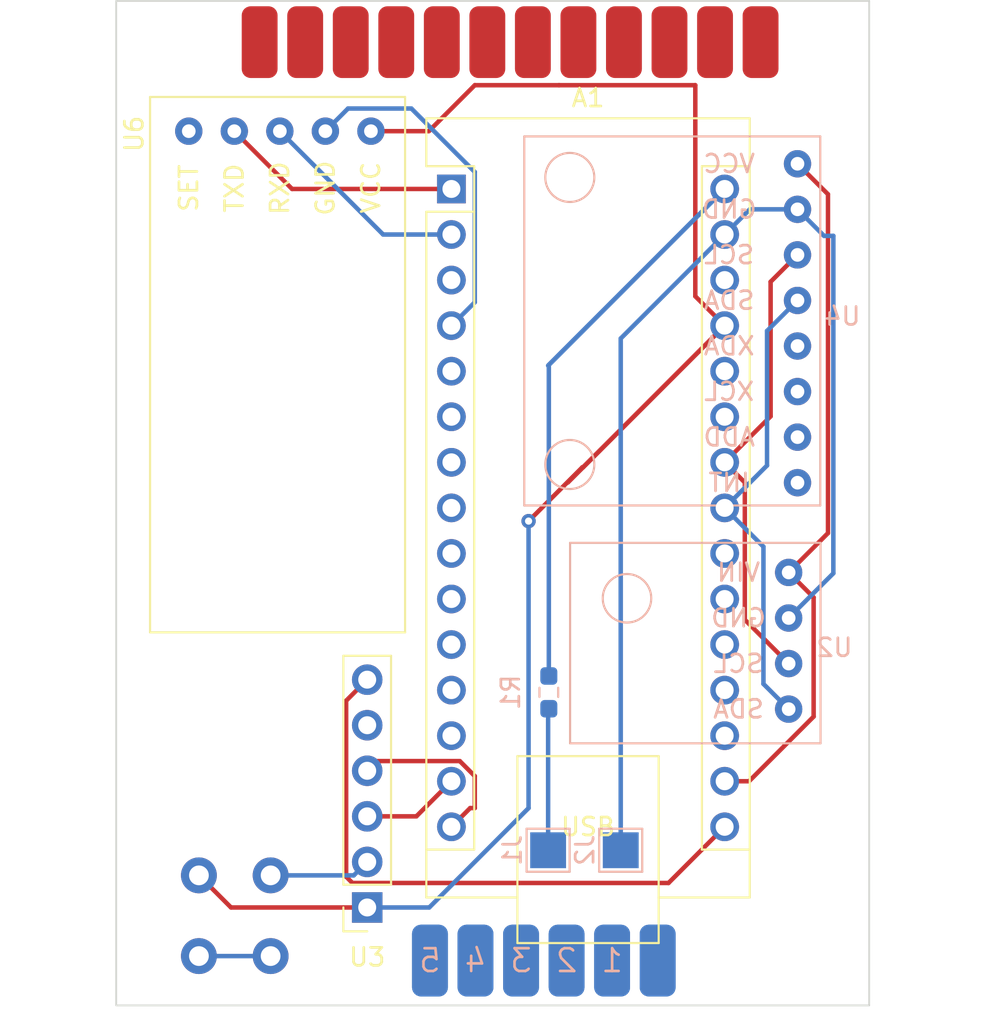
<source format=kicad_pcb>
(kicad_pcb (version 20221018) (generator pcbnew)
  (layers (0 "F.Cu" signal) (31 "B.Cu" signal) (34 "B.Paste" user) (35 "F.Paste" user) (36 "B.SilkS" user "B.Silkscreen") (37 "F.SilkS" user "F.Silkscreen") (38 "B.Mask" user) (39 "F.Mask" user) (44 "Edge.Cuts" user))
  (net 0 "")
  (net 2 "Earth")
  (net 3 "/D10")
  (net 4 "/D11")
  (net 5 "/D12")
  (net 6 "/D13")
  (net 7 "Net-(A1-3V3)")
  (net 13 "Net-(A1-A4)")
  (net 14 "Net-(A1-A5)")
  (net 17 "/5V")
  (net 23 "/TX")
  (net 24 "/RX")
  (net 25 "/D5")
  (net 27 "/D2")
  (net 28 "/D3")
  (net 29 "/D4")
  (net 30 "/D7")
  (net 31 "/D8")
  (net 32 "/D9")
  (net 33 "/D6")
  (net 34 "Net-(J1-Pin_1)")
  (net 35 "Net-(A1-VIN)")
  (net 36 "Net-(J2-Pin_1)")
  (net 37 "GNDREF")
  (footprint "Connector_Wire:SolderWirePad_1x01_SMD_1x2mm" (layer "F.Cu") (at 124.78 63.3)
    (fp_text reference "REF**7" hide)
    (fp_text value "SolderWirePad_1x01_SMD_1x2mm")
    (pad "1" smd roundrect (at 0 0) (size 2 4) (layers "F.Cu" "F.Paste" "F.Mask") (net 32 "/D9"))
  )
  (footprint "Connector_Wire:SolderWirePad_1x01_SMD_1x2mm" (layer "F.Cu") (at 119.7 63.3)
    (fp_text reference "REF**5" hide)
    (fp_text value "SolderWirePad_1x01_SMD_1x2mm")
    (pad "1" smd roundrect (at 0 0) (size 2 4) (layers "F.Cu" "F.Paste" "F.Mask"))
  )
  (footprint "Connector_PinSocket_2.54mm:PinSocket_1x06_P2.54mm_Vertical" (layer "F.Cu") (at 113 111.54 180)
    (fp_text reference "U3" (at 0 -2.77) (layer "F.SilkS"))
    (fp_text value "SD_Card_Reader")
    (fp_line (start -1.33 1.27) (end -1.33 14.03) (stroke (width 0.12)) (layer "F.SilkS"))
    (fp_line (start -1.33 1.27) (end 1.33 1.27) (stroke (width 0.12)) (layer "F.SilkS"))
    (fp_line (start -1.33 14.03) (end 1.33 14.03) (stroke (width 0.12)) (layer "F.SilkS"))
    (fp_line (start 0 -1.33) (end 1.33 -1.33) (stroke (width 0.12)) (layer "F.SilkS"))
    (fp_line (start 1.33 -1.33) (end 1.33 0) (stroke (width 0.12)) (layer "F.SilkS"))
    (fp_line (start 1.33 1.27) (end 1.33 14.03) (stroke (width 0.12)) (layer "F.SilkS"))
    (pad "1" thru_hole rect (at 0 0 180) (size 1.7 1.7) (drill 1) (layers "*.Cu" "*.Mask"))
    (pad "2" thru_hole oval (at 0 2.54 180) (size 1.7 1.7) (drill 1) (layers "*.Cu" "*.Mask"))
    (pad "3" thru_hole oval (at 0 5.08 180) (size 1.7 1.7) (drill 1) (layers "*.Cu" "*.Mask") (net 4 "/D11"))
    (pad "4" thru_hole oval (at 0 7.62 180) (size 1.7 1.7) (drill 1) (layers "*.Cu" "*.Mask") (net 5 "/D12"))
    (pad "5" thru_hole oval (at 0 10.16 180) (size 1.7 1.7) (drill 1) (layers "*.Cu" "*.Mask") (net 3 "/D10"))
    (pad "6" thru_hole oval (at 0 12.7 180) (size 1.7 1.7) (drill 1) (layers "*.Cu" "*.Mask") (net 6 "/D13"))
  )
  (footprint "Connector_Wire:SolderWirePad_1x01_SMD_1x2mm" (layer "F.Cu") (at 132.4 63.3)
    (fp_text reference "REF**10" hide)
    (fp_text value "SolderWirePad_1x01_SMD_1x2mm")
    (pad "1" smd roundrect (at 0 0) (size 2 4) (layers "F.Cu" "F.Paste" "F.Mask") (net 33 "/D6"))
  )
  (footprint "Connector_Wire:SolderWirePad_1x01_SMD_1x2mm" (layer "F.Cu") (at 107 63.3)
    (fp_text reference "REF**" hide)
    (fp_text value "SolderWirePad_1x01_SMD_1x2mm")
    (pad "1" smd roundrect (at 0 0) (size 2 4) (layers "F.Cu" "F.Paste" "F.Mask") (net 2 "Earth"))
  )
  (footprint "Connector_Wire:SolderWirePad_1x01_SMD_1x2mm" (layer "F.Cu") (at 134.94 63.3)
    (fp_text reference "REF**11" hide)
    (fp_text value "SolderWirePad_1x01_SMD_1x2mm" hide)
    (pad "1" smd roundrect (at 0 0) (size 2 4) (layers "F.Cu" "F.Paste" "F.Mask"))
  )
  (footprint "usini_sensors:module_bh1750" (layer "F.Cu") (at 103.047 68.2625 -90)
    (fp_text reference "U6" (at 0.15 3.047 -90) (layer "F.SilkS"))
    (fp_text value "HC-12")
    (fp_text user "TXD" (at 3.175 -2.54 90) (layer "F.SilkS"))
    (fp_text user "SET" (at 3.175 0 90) (layer "F.SilkS"))
    (fp_text user "GND" (at 3.175 -7.62 90) (layer "F.SilkS"))
    (fp_text user "RXD" (at 3.175 -5.08 90) (layer "F.SilkS"))
    (fp_text user "VCC" (at 3.15 -10.16 90) (layer "F.SilkS"))
    (fp_line (start -1.905 -12.065) (end 27.94 -12.065) (stroke (width 0.12)) (layer "F.SilkS"))
    (fp_line (start -1.905 2.159) (end -1.905 -12.065) (stroke (width 0.12)) (layer "F.SilkS"))
    (fp_line (start 27.94 -12.065) (end 27.94 2.159) (stroke (width 0.12)) (layer "F.SilkS"))
    (fp_line (start 27.94 2.159) (end -1.905 2.159) (stroke (width 0.12)) (layer "F.SilkS"))
    (pad "1" thru_hole circle (at 0 -10.16 270) (size 1.524 1.524) (drill 0.762) (layers "*.Cu" "*.Mask") (net 7 "Net-(A1-3V3)"))
    (pad "2" thru_hole circle (at 0 -7.62 270) (size 1.524 1.524) (drill 0.762) (layers "*.Cu" "*.Mask") (net 37 "GNDREF"))
    (pad "3" thru_hole circle (at 0 -5.08 270) (size 1.524 1.524) (drill 0.762) (layers "*.Cu" "*.Mask") (net 24 "/RX"))
    (pad "4" thru_hole circle (at 0 -2.54 270) (size 1.524 1.524) (drill 0.762) (layers "*.Cu" "*.Mask") (net 23 "/TX"))
    (pad "5" thru_hole circle (at 0 0 270) (size 1.524 1.524) (drill 0.762) (layers "*.Cu" "*.Mask"))
  )
  (footprint "Connector_Wire:SolderWirePad_1x01_SMD_1x2mm" (layer "F.Cu") (at 129.86 63.3)
    (fp_text reference "REF**9" hide)
    (fp_text value "SolderWirePad_1x01_SMD_1x2mm")
    (pad "1" smd roundrect (at 0 0) (size 2 4) (layers "F.Cu" "F.Paste" "F.Mask") (net 2 "Earth"))
  )
  (footprint "Connector_Wire:SolderWirePad_1x01_SMD_1x2mm" (layer "F.Cu") (at 122.24 63.3)
    (fp_text reference "REF**6" hide)
    (fp_text value "SolderWirePad_1x01_SMD_1x2mm")
    (pad "1" smd roundrect (at 0 0) (size 2 4) (layers "F.Cu" "F.Paste" "F.Mask") (net 2 "Earth"))
  )
  (footprint "Connector_Wire:SolderWirePad_1x01_SMD_1x2mm" (layer "F.Cu") (at 109.54 63.3)
    (fp_text reference "REF**1" hide)
    (fp_text value "SolderWirePad_1x01_SMD_1x2mm")
    (pad "1" smd roundrect (at 0 0) (size 2 4) (layers "F.Cu" "F.Paste" "F.Mask") (net 28 "/D3"))
  )
  (footprint "MountingHole:MountingHole_2.2mm_M2" (layer "F.Cu") (at 138 114)
    (fp_text reference "REF**" hide)
    (fp_text value "MountingHole_2.2mm_M2")
    (pad "" np_thru_hole circle (at 0 0) (size 2.2 2.2) (drill 2.2) (layers "*.Cu" "*.Mask"))
  )
  (footprint "Connector_Wire:SolderWirePad_1x01_SMD_1x2mm" (layer "F.Cu") (at 112.08 63.3)
    (fp_text reference "REF**2" hide)
    (fp_text value "SolderWirePad_1x01_SMD_1x2mm")
    (pad "1" smd roundrect (at 0 0) (size 2 4) (layers "F.Cu" "F.Paste" "F.Mask"))
  )
  (footprint "Button_Switch_THT:SW_PUSH_6mm_H4.3mm" (layer "F.Cu") (at 101.1125 109.75)
    (fp_text reference "U1" hide)
    (fp_text value "ADG633YCP" hide)
    (pad "1" thru_hole circle (at 2.5 0 90) (size 2 2) (drill 1.1) (layers "*.Cu" "*.Mask") (net 17 "/5V"))
    (pad "1" thru_hole circle (at 6.5 0 90) (size 2 2) (drill 1.1) (layers "*.Cu" "*.Mask") (net 17 "/5V"))
    (pad "2" thru_hole circle (at 2.5 4.5 90) (size 2 2) (drill 1.1) (layers "*.Cu" "*.Mask") (net 33 "/D6"))
    (pad "2" thru_hole circle (at 6.5 4.5 90) (size 2 2) (drill 1.1) (layers "*.Cu" "*.Mask") (net 29 "/D4"))
  )
  (footprint "Connector_Wire:SolderWirePad_1x01_SMD_1x2mm" (layer "F.Cu") (at 114.62 63.3)
    (fp_text reference "REF**3" hide)
    (fp_text value "SolderWirePad_1x01_SMD_1x2mm")
    (pad "1" smd roundrect (at 0 0) (size 2 4) (layers "F.Cu" "F.Paste" "F.Mask") (net 2 "Earth"))
  )
  (footprint "Connector_Wire:SolderWirePad_1x01_SMD_1x2mm" (layer "F.Cu") (at 127.32 63.3)
    (fp_text reference "REF**8" hide)
    (fp_text value "SolderWirePad_1x01_SMD_1x2mm")
    (pad "1" smd roundrect (at 0 0) (size 2 4) (layers "F.Cu" "F.Paste" "F.Mask"))
  )
  (footprint "Module:Arduino_Nano" (layer "F.Cu") (at 117.697 71.484)
    (fp_text reference "A1" (at 7.62 -5.08) (layer "F.SilkS"))
    (fp_text value "Arduino_Nano_v3.x")
    (fp_text user "USB" (at 7.62 35.56 unlocked) (layer "F.SilkS"))
    (fp_line (start -1.4 -3.94) (end -1.4 -1.27) (stroke (width 0.12)) (layer "F.SilkS"))
    (fp_line (start -1.4 1.27) (end -1.4 39.5) (stroke (width 0.12)) (layer "F.SilkS"))
    (fp_line (start -1.4 39.5) (end 3.68 39.5) (stroke (width 0.12)) (layer "F.SilkS"))
    (fp_line (start 1.27 -1.27) (end -1.4 -1.27) (stroke (width 0.12)) (layer "F.SilkS"))
    (fp_line (start 1.27 1.27) (end -1.4 1.27) (stroke (width 0.12)) (layer "F.SilkS"))
    (fp_line (start 1.27 1.27) (end 1.27 -1.27) (stroke (width 0.12)) (layer "F.SilkS"))
    (fp_line (start 1.27 1.27) (end 1.27 36.83) (stroke (width 0.12)) (layer "F.SilkS"))
    (fp_line (start 1.27 36.83) (end -1.4 36.83) (stroke (width 0.12)) (layer "F.SilkS"))
    (fp_line (start 3.68 31.62) (end 11.56 31.62) (stroke (width 0.12)) (layer "F.SilkS"))
    (fp_line (start 3.68 42.04) (end 3.68 31.62) (stroke (width 0.12)) (layer "F.SilkS"))
    (fp_line (start 11.56 31.62) (end 11.56 42.04) (stroke (width 0.12)) (layer "F.SilkS"))
    (fp_line (start 11.56 42.04) (end 3.68 42.04) (stroke (width 0.12)) (layer "F.SilkS"))
    (fp_line (start 13.97 -1.27) (end 13.97 36.83) (stroke (width 0.12)) (layer "F.SilkS"))
    (fp_line (start 13.97 -1.27) (end 16.64 -1.27) (stroke (width 0.12)) (layer "F.SilkS"))
    (fp_line (start 13.97 36.83) (end 16.64 36.83) (stroke (width 0.12)) (layer "F.SilkS"))
    (fp_line (start 16.64 -3.94) (end -1.4 -3.94) (stroke (width 0.12)) (layer "F.SilkS"))
    (fp_line (start 16.64 39.5) (end 11.56 39.5) (stroke (width 0.12)) (layer "F.SilkS"))
    (fp_line (start 16.64 39.5) (end 16.64 -3.94) (stroke (width 0.12)) (layer "F.SilkS"))
    (pad "1" thru_hole rect (at 0 0) (size 1.6 1.6) (drill 1) (layers "*.Cu" "*.Mask") (net 23 "/TX"))
    (pad "2" thru_hole oval (at 0 2.54) (size 1.6 1.6) (drill 1) (layers "*.Cu" "*.Mask") (net 24 "/RX"))
    (pad "3" thru_hole oval (at 0 5.08) (size 1.6 1.6) (drill 1) (layers "*.Cu" "*.Mask"))
    (pad "4" thru_hole oval (at 0 7.62) (size 1.6 1.6) (drill 1) (layers "*.Cu" "*.Mask") (net 2 "Earth"))
    (pad "5" thru_hole oval (at 0 10.16) (size 1.6 1.6) (drill 1) (layers "*.Cu" "*.Mask") (net 27 "/D2"))
    (pad "6" thru_hole oval (at 0 12.7) (size 1.6 1.6) (drill 1) (layers "*.Cu" "*.Mask") (net 28 "/D3"))
    (pad "7" thru_hole oval (at 0 15.24) (size 1.6 1.6) (drill 1) (layers "*.Cu" "*.Mask") (net 29 "/D4"))
    (pad "8" thru_hole oval (at 0 17.78) (size 1.6 1.6) (drill 1) (layers "*.Cu" "*.Mask") (net 25 "/D5"))
    (pad "9" thru_hole oval (at 0 20.32) (size 1.6 1.6) (drill 1) (layers "*.Cu" "*.Mask") (net 33 "/D6"))
    (pad "10" thru_hole oval (at 0 22.86) (size 1.6 1.6) (drill 1) (layers "*.Cu" "*.Mask") (net 30 "/D7"))
    (pad "11" thru_hole oval (at 0 25.4) (size 1.6 1.6) (drill 1) (layers "*.Cu" "*.Mask") (net 31 "/D8"))
    (pad "12" thru_hole oval (at 0 27.94) (size 1.6 1.6) (drill 1) (layers "*.Cu" "*.Mask") (net 32 "/D9"))
    (pad "13" thru_hole oval (at 0 30.48) (size 1.6 1.6) (drill 1) (layers "*.Cu" "*.Mask") (net 3 "/D10"))
    (pad "14" thru_hole oval (at 0 33.02) (size 1.6 1.6) (drill 1) (layers "*.Cu" "*.Mask") (net 4 "/D11"))
    (pad "15" thru_hole oval (at 0 35.56) (size 1.6 1.6) (drill 1) (layers "*.Cu" "*.Mask") (net 5 "/D12"))
    (pad "16" thru_hole oval (at 15.24 35.56) (size 1.6 1.6) (drill 1) (layers "*.Cu" "*.Mask") (net 6 "/D13"))
    (pad "17" thru_hole oval (at 15.24 33.02) (size 1.6 1.6) (drill 1) (layers "*.Cu" "*.Mask") (net 7 "Net-(A1-3V3)"))
    (pad "18" thru_hole oval (at 15.24 30.48) (size 1.6 1.6) (drill 1) (layers "*.Cu" "*.Mask"))
    (pad "19" thru_hole oval (at 15.24 27.94) (size 1.6 1.6) (drill 1) (layers "*.Cu" "*.Mask"))
    (pad "20" thru_hole oval (at 15.24 25.4) (size 1.6 1.6) (drill 1) (layers "*.Cu" "*.Mask"))
    (pad "21" thru_hole oval (at 15.24 22.86) (size 1.6 1.6) (drill 1) (layers "*.Cu" "*.Mask"))
    (pad "22" thru_hole oval (at 15.24 20.32) (size 1.6 1.6) (drill 1) (layers "*.Cu" "*.Mask"))
    (pad "23" thru_hole oval (at 15.24 17.78) (size 1.6 1.6) (drill 1) (layers "*.Cu" "*.Mask") (net 13 "Net-(A1-A4)"))
    (pad "24" thru_hole oval (at 15.24 15.24) (size 1.6 1.6) (drill 1) (layers "*.Cu" "*.Mask") (net 14 "Net-(A1-A5)"))
    (pad "25" thru_hole oval (at 15.24 12.7) (size 1.6 1.6) (drill 1) (layers "*.Cu" "*.Mask"))
    (pad "26" thru_hole oval (at 15.24 10.16) (size 1.6 1.6) (drill 1) (layers "*.Cu" "*.Mask"))
    (pad "27" thru_hole oval (at 15.24 7.62) (size 1.6 1.6) (drill 1) (layers "*.Cu" "*.Mask") (net 17 "/5V"))
    (pad "28" thru_hole oval (at 15.24 5.08) (size 1.6 1.6) (drill 1) (layers "*.Cu" "*.Mask"))
    (pad "29" thru_hole oval (at 15.24 2.54) (size 1.6 1.6) (drill 1) (layers "*.Cu" "*.Mask") (net 36 "Net-(J2-Pin_1)"))
    (pad "30" thru_hole oval (at 15.24 0) (size 1.6 1.6) (drill 1) (layers "*.Cu" "*.Mask") (net 35 "Net-(A1-VIN)"))
  )
  (footprint "MountingHole:MountingHole_2.2mm_M2" (layer "F.Cu") (at 102 64)
    (fp_text reference "REF**" hide)
    (fp_text value "MountingHole_2.2mm_M2")
    (pad "" np_thru_hole circle (at 0 0) (size 2.2 2.2) (drill 2.2) (layers "*.Cu" "*.Mask"))
  )
  (footprint "Connector_Wire:SolderWirePad_1x01_SMD_1x2mm" (layer "F.Cu") (at 117.16 63.3)
    (fp_text reference "REF**4" hide)
    (fp_text value "SolderWirePad_1x01_SMD_1x2mm")
    (pad "1" smd roundrect (at 0 0) (size 2 4) (layers "F.Cu" "F.Paste" "F.Mask") (net 25 "/D5"))
  )
  (footprint "usini_sensors:module_bme280_alt" (layer "B.Cu") (at 136.507 100.483 180)
    (fp_text reference "U2" (at -2.553 3.433) (layer "B.SilkS") (effects (justify mirror)))
    (fp_text value "BMP180")
    (fp_text user "SCL" (at 2.794 2.54) (layer "B.SilkS") (effects (justify mirror)))
    (fp_text user "GND" (at 2.794 5.08) (layer "B.SilkS") (effects (justify mirror)))
    (fp_text user "SDA" (at 2.794 0) (layer "B.SilkS") (effects (justify mirror)))
    (fp_text user "VIN" (at 2.794 7.62) (layer "B.SilkS") (effects (justify mirror)))
    (fp_line (start -1.778 -1.905) (end -1.778 9.271) (stroke (width 0.12)) (layer "B.SilkS"))
    (fp_line (start -1.778 9.271) (end 12.192 9.271) (stroke (width 0.12)) (layer "B.SilkS"))
    (fp_line (start 12.192 -1.905) (end -1.778 -1.905) (stroke (width 0.12)) (layer "B.SilkS"))
    (fp_line (start 12.192 9.271) (end 12.192 -1.905) (stroke (width 0.12)) (layer "B.SilkS"))
    (fp_circle (center 9.017 6.179309) (end 9.779 5.060916) (stroke (width 0.12)) (fill none) (layer "B.SilkS"))
    (pad "1" thru_hole circle (at 0 7.62 180) (size 1.524 1.524) (drill 0.762) (layers "*.Cu" "*.Mask") (net 14 "Net-(A1-A5)"))
    (pad "2" thru_hole circle (at 0 5.08 180) (size 1.524 1.524) (drill 0.762) (layers "*.Cu" "*.Mask") (net 13 "Net-(A1-A4)"))
    (pad "3" thru_hole circle (at 0 2.54 180) (size 1.524 1.524) (drill 0.762) (layers "*.Cu" "*.Mask") (net 37 "GNDREF"))
    (pad "4" thru_hole circle (at 0 0 180) (size 1.524 1.524) (drill 0.762) (layers "*.Cu" "*.Mask") (net 7 "Net-(A1-3V3)"))
  )
  (footprint "" (layer "B.Cu") (at 126.66 114.5 180)
    (fp_text reference "1" (at 0 0) (layer "B.SilkS") (effects (font (size 1.27 1.27)) (justify mirror)))
    (fp_text value "" (at 0 0) (layer "B.SilkS") (effects (font (size 1.27 1.27)) (justify mirror)))
    (pad "1" smd roundrect (at 0 0 180) (size 2 4) (layers "B.Cu" "B.Paste" "B.Mask"))
  )
  (footprint "Connector_Wire:SolderWirePad_1x01_SMD_1x2mm" (layer "B.Cu") (at 124.12 114.5 180)
    (fp_text reference "REF**13" hide)
    (fp_text value "SolderWirePad_1x01_SMD_1x2mm")
    (pad "1" smd roundrect (at 0 0 180) (size 2 4) (layers "B.Cu" "B.Paste" "B.Mask"))
  )
  (footprint "" (layer "B.Cu") (at 119.04 114.5 180)
    (fp_text reference "4" (at 0 0) (layer "B.SilkS") (effects (font (size 1.27 1.27)) (justify mirror)))
    (fp_text value "" (at 0 0) (layer "B.SilkS") (effects (font (size 1.27 1.27)) (justify mirror)))
    (pad "1" smd roundrect (at 0 0 180) (size 2 4) (layers "B.Cu" "B.Paste" "B.Mask"))
  )
  (footprint "TestPoint:TestPoint_Pad_2.0x2.0mm" (layer "B.Cu") (at 127.14 108.35 -90)
    (fp_text reference "J2" (at 0 1.998 90) (layer "B.SilkS") (effects (justify mirror)))
    (fp_text value "Conn_01x01_Pin")
    (fp_line (start -1.2 -1.2) (end -1.2 1.2) (stroke (width 0.12)) (layer "B.SilkS"))
    (fp_line (start -1.2 1.2) (end 1.2 1.2) (stroke (width 0.12)) (layer "B.SilkS"))
    (fp_line (start 1.2 -1.2) (end -1.2 -1.2) (stroke (width 0.12)) (layer "B.SilkS"))
    (fp_line (start 1.2 1.2) (end 1.2 -1.2) (stroke (width 0.12)) (layer "B.SilkS"))
    (pad "1" smd rect (at 0 0 270) (size 2 2) (layers "B.Cu" "B.Mask") (net 36 "Net-(J2-Pin_1)"))
  )
  (footprint "Connector_Wire:SolderWirePad_1x01_SMD_1x2mm" (layer "B.Cu") (at 119.04 114.5 180)
    (fp_text reference "REF**15" hide)
    (fp_text value "SolderWirePad_1x01_SMD_1x2mm")
    (pad "1" smd roundrect (at 0 0 180) (size 2 4) (layers "B.Cu" "B.Paste" "B.Mask") (net 3 "/D10"))
  )
  (footprint "usini_sensors:module_mpu6050" (layer "B.Cu") (at 137 87.86 180)
    (fp_text reference "U4" (at -2.505 9.277) (layer "B.SilkS") (effects (justify mirror)))
    (fp_text value "module_mpu6050")
    (fp_text user "ADD" (at 3.81 2.54) (layer "B.SilkS") (effects (justify mirror)))
    (fp_text user "XDA" (at 3.81 7.62) (layer "B.SilkS") (effects (justify mirror)))
    (fp_text user "VCC" (at 3.81 17.78) (layer "B.SilkS") (effects (justify mirror)))
    (fp_text user "INT" (at 3.81 0) (layer "B.SilkS") (effects (justify mirror)))
    (fp_text user "SCL" (at 3.81 12.7) (layer "B.SilkS") (effects (justify mirror)))
    (fp_text user "GND" (at 3.81 15.24) (layer "B.SilkS") (effects (justify mirror)))
    (fp_text user "XCL" (at 3.81 5.08) (layer "B.SilkS") (effects (justify mirror)))
    (fp_text user "SDA" (at 3.81 10.16) (layer "B.SilkS") (effects (justify mirror)))
    (fp_line (start -1.27 -1.27) (end -1.27 19.304) (stroke (width 0.12)) (layer "B.SilkS"))
    (fp_line (start -1.27 19.304) (end 15.24 19.304) (stroke (width 0.12)) (layer "B.SilkS"))
    (fp_line (start 15.24 -1.27) (end -1.27 -1.27) (stroke (width 0.12)) (layer "B.SilkS"))
    (fp_line (start 15.24 19.304) (end 15.24 -1.27) (stroke (width 0.12)) (layer "B.SilkS"))
    (fp_circle (center 12.7 1.016) (end 13.208 -0.254) (stroke (width 0.12)) (fill none) (layer "B.SilkS"))
    (fp_circle (center 12.7 17.018) (end 13.208 15.748) (stroke (width 0.12)) (fill none) (layer "B.SilkS"))
    (pad "1" thru_hole circle (at 0 17.78 180) (size 1.524 1.524) (drill 0.762) (layers "*.Cu" "*.Mask") (net 7 "Net-(A1-3V3)"))
    (pad "2" thru_hole circle (at 0 15.24 180) (size 1.524 1.524) (drill 0.762) (layers "*.Cu" "*.Mask") (net 37 "GNDREF"))
    (pad "3" thru_hole circle (at 0 12.7 180) (size 1.524 1.524) (drill 0.762) (layers "*.Cu" "*.Mask") (net 13 "Net-(A1-A4)"))
    (pad "4" thru_hole circle (at 0 10.16 180) (size 1.524 1.524) (drill 0.762) (layers "*.Cu" "*.Mask") (net 14 "Net-(A1-A5)"))
    (pad "5" thru_hole circle (at 0 7.62 180) (size 1.524 1.524) (drill 0.762) (layers "*.Cu" "*.Mask"))
    (pad "6" thru_hole circle (at 0 5.08 180) (size 1.524 1.524) (drill 0.762) (layers "*.Cu" "*.Mask"))
    (pad "7" thru_hole circle (at 0 2.54 180) (size 1.524 1.524) (drill 0.762) (layers "*.Cu" "*.Mask"))
    (pad "8" thru_hole circle (at 0 0 180) (size 1.524 1.524) (drill 0.762) (layers "*.Cu" "*.Mask"))
  )
  (footprint "Connector_Wire:SolderWirePad_1x01_SMD_1x2mm" (layer "B.Cu") (at 129.2 114.5 180)
    (fp_text reference "REF**" hide)
    (fp_text value "SolderWirePad_1x01_SMD_1x2mm")
    (pad "1" smd roundrect (at 0 0 180) (size 2 4) (layers "B.Cu" "B.Paste" "B.Mask"))
  )
  (footprint "" (layer "B.Cu") (at 124.12 114.5 180)
    (fp_text reference "2" (at 0 0) (layer "B.SilkS") (effects (font (size 1.27 1.27)) (justify mirror)))
    (fp_text value "" (at 0 0) (layer "B.SilkS") (effects (font (size 1.27 1.27)) (justify mirror)))
    (pad "1" smd roundrect (at 0 0 180) (size 2 4) (layers "B.Cu" "B.Paste" "B.Mask"))
  )
  (footprint "Connector_Wire:SolderWirePad_1x01_SMD_1x2mm" (layer "B.Cu") (at 116.5 114.5 180)
    (fp_text reference "REF**16" hide)
    (fp_text value "SolderWirePad_1x01_SMD_1x2mm")
    (pad "1" smd roundrect (at 0 0 180) (size 2 4) (layers "B.Cu" "B.Paste" "B.Mask"))
  )
  (footprint "" (layer "B.Cu") (at 121.58 114.5 180)
    (fp_text reference "3" (at 0 0) (layer "B.SilkS") (effects (font (size 1.27 1.27)) (justify mirror)))
    (fp_text value "" (at 0 0) (layer "B.SilkS") (effects (font (size 1.27 1.27)) (justify mirror)))
    (pad "1" smd roundrect (at 0 0 180) (size 2 4) (layers "B.Cu" "B.Paste" "B.Mask"))
  )
  (footprint "TestPoint:TestPoint_Pad_2.0x2.0mm" (layer "B.Cu") (at 123.09 108.35 -90)
    (fp_text reference "J1" (at 0 1.998 90) (layer "B.SilkS") (effects (justify mirror)))
    (fp_text value "Conn_01x01_Pin")
    (fp_line (start -1.2 -1.2) (end -1.2 1.2) (stroke (width 0.12)) (layer "B.SilkS"))
    (fp_line (start -1.2 1.2) (end 1.2 1.2) (stroke (width 0.12)) (layer "B.SilkS"))
    (fp_line (start 1.2 -1.2) (end -1.2 -1.2) (stroke (width 0.12)) (layer "B.SilkS"))
    (fp_line (start 1.2 1.2) (end 1.2 -1.2) (stroke (width 0.12)) (layer "B.SilkS"))
    (pad "1" smd rect (at 0 0 270) (size 2 2) (layers "B.Cu" "B.Mask") (net 34 "Net-(J1-Pin_1)"))
  )
  (footprint "Connector_Wire:SolderWirePad_1x01_SMD_1x2mm" (layer "B.Cu") (at 121.58 114.5 180)
    (fp_text reference "REF**14" hide)
    (fp_text value "SolderWirePad_1x01_SMD_1x2mm")
    (pad "1" smd roundrect (at 0 0 180) (size 2 4) (layers "B.Cu" "B.Paste" "B.Mask"))
  )
  (footprint "Resistor_SMD:R_0603_1608Metric_Pad0.98x0.95mm_HandSolder" (layer "B.Cu") (at 123.13 99.5475 90)
    (fp_text reference "R1" (at 0 -2.13 90) (layer "B.SilkS") (effects (justify mirror)))
    (fp_text value "TBD")
    (fp_line (start -0.254724 -0.5225) (end 0.254724 -0.5225) (stroke (width 0.12)) (layer "B.SilkS"))
    (fp_line (start -0.254724 0.5225) (end 0.254724 0.5225) (stroke (width 0.12)) (layer "B.SilkS"))
    (pad "1" smd roundrect (at -0.9125 0 90) (size 0.975 0.95) (layers "B.Cu" "B.Paste" "B.Mask") (net 34 "Net-(J1-Pin_1)"))
    (pad "2" smd roundrect (at 0.9125 0 90) (size 0.975 0.95) (layers "B.Cu" "B.Paste" "B.Mask") (net 35 "Net-(A1-VIN)"))
  )
  (footprint "" (layer "B.Cu") (at 116.5 114.5 180)
    (fp_text reference "5" (at 0 0) (layer "B.SilkS") (effects (font (size 1.27 1.27)) (justify mirror)))
    (fp_text value "" (at 0 0) (layer "B.SilkS") (effects (font (size 1.27 1.27)) (justify mirror)))
    (pad "1" smd roundrect (at 0 0 180) (size 2 4) (layers "B.Cu" "B.Paste" "B.Mask"))
  )
  (footprint "" (layer "B.Cu") (at 129.2 114.5 180)
    (fp_text reference "" (at 0 0) (layer "B.SilkS") (effects (font (size 1.27 1.27)) (justify mirror)))
    (fp_text value "" (at 0 0) (layer "B.SilkS") (effects (font (size 1.27 1.27)) (justify mirror)))
    (pad "1" smd roundrect (at 0 0 180) (size 2 4) (layers "B.Cu" "B.Paste" "B.Mask"))
  )
  (footprint "Connector_Wire:SolderWirePad_1x01_SMD_1x2mm" (layer "B.Cu") (at 126.66 114.5 180)
    (fp_text reference "REF**12" hide)
    (fp_text value "SolderWirePad_1x01_SMD_1x2mm")
    (pad "1" smd roundrect (at 0 0 180) (size 2 4) (layers "B.Cu" "B.Paste" "B.Mask"))
  )
  (gr_rect (start 99 61) (end 141 117) (stroke (width 0.1)) (fill none) (layer "Edge.Cuts"))
  (segment (start 111.9295 67) (end 115.463 67) (width 0.25) (layer "B.Cu") (net 2))
  (segment (start 119 77.801) (end 117.697 79.104) (width 0.25) (layer "B.Cu") (net 2))
  (segment (start 110.667 68.2625) (end 111.9295 67) (width 0.25) (layer "B.Cu") (net 2))
  (segment (start 119 70.537) (end 119 77.801) (width 0.25) (layer "B.Cu") (net 2))
  (segment (start 115.463 67) (end 119 70.537) (width 0.25) (layer "B.Cu") (net 2))
  (segment (start 113 106.46) (end 115.741 106.46) (width 0.25) (layer "F.Cu") (net 4))
  (segment (start 115.741 106.46) (end 117.697 104.504) (width 0.25) (layer "F.Cu") (net 4))
  (segment (start 118.741 106) (end 117.697 107.044) (width 0.25) (layer "F.Cu") (net 5))
  (segment (start 113 103.92) (end 113.541 103.379) (width 0.25) (layer "F.Cu") (net 5))
  (segment (start 113.541 103.379) (end 118.162991 103.379) (width 0.25) (layer "F.Cu") (net 5))
  (segment (start 119 106) (end 118.741 106) (width 0.25) (layer "F.Cu") (net 5))
  (segment (start 118.162991 103.379) (end 119 104.216009) (width 0.25) (layer "F.Cu") (net 5))
  (segment (start 119 104.216009) (end 119 106) (width 0.25) (layer "F.Cu") (net 5))
  (segment (start 129.806 110.175) (end 132.937 107.044) (width 0.25) (layer "F.Cu") (net 6))
  (segment (start 111.825 109.825) (end 112.175 110.175) (width 0.25) (layer "F.Cu") (net 6))
  (segment (start 112.175 110.175) (end 129.806 110.175) (width 0.25) (layer "F.Cu") (net 6))
  (segment (start 113 98.84) (end 111.825 100.015) (width 0.25) (layer "F.Cu") (net 6))
  (segment (start 111.825 100.015) (end 111.825 109.825) (width 0.25) (layer "F.Cu") (net 6))
  (segment (start 136.507 92.863) (end 137.9 94.256) (width 0.25) (layer "F.Cu") (net 7))
  (segment (start 138.7 90.67) (end 138.7 71.78) (width 0.25) (layer "F.Cu") (net 7))
  (segment (start 137.9 100.9) (end 134.296 104.504) (width 0.25) (layer "F.Cu") (net 7))
  (segment (start 138.7 71.78) (end 137 70.08) (width 0.25) (layer "F.Cu") (net 7))
  (segment (start 137.9 94.256) (end 137.9 100.9) (width 0.25) (layer "F.Cu") (net 7))
  (segment (start 134.296 104.504) (end 132.937 104.504) (width 0.25) (layer "F.Cu") (net 7))
  (segment (start 136.507 92.863) (end 138.7 90.67) (width 0.25) (layer "F.Cu") (net 7))
  (segment (start 134.341 72.62) (end 132.937 74.024) (width 0.25) (layer "B.Cu") (net 13))
  (segment (start 137 77.7) (end 135.3 79.4) (width 0.25) (layer "B.Cu") (net 13))
  (segment (start 127.14 108.35) (end 127.14 79.821) (width 0.25) (layer "B.Cu") (net 13))
  (segment (start 135.3 86.901) (end 132.937 89.264) (width 0.25) (layer "B.Cu") (net 13))
  (segment (start 139 74.1) (end 139 92.91) (width 0.25) (layer "B.Cu") (net 13))
  (segment (start 127.14 79.821) (end 132.937 74.024) (width 0.25) (layer "B.Cu") (net 13))
  (segment (start 138.48 74.1) (end 137 72.62) (width 0.25) (layer "B.Cu") (net 13))
  (segment (start 137 72.62) (end 134.341 72.62) (width 0.25) (layer "B.Cu") (net 13))
  (segment (start 135.1 91.427) (end 132.937 89.264) (width 0.25) (layer "B.Cu") (net 13))
  (segment (start 139 92.91) (end 136.507 95.403) (width 0.25) (layer "B.Cu") (net 13))
  (segment (start 135.1 99.076) (end 135.1 91.427) (width 0.25) (layer "B.Cu") (net 13))
  (segment (start 136.507 100.483) (end 135.1 99.076) (width 0.25) (layer "B.Cu") (net 13))
  (segment (start 139 74.1) (end 138.48 74.1) (width 0.25) (layer "B.Cu") (net 13))
  (segment (start 135.3 79.4) (end 135.3 86.901) (width 0.25) (layer "B.Cu") (net 13))
  (segment (start 136.507 97.943) (end 134.062 95.498) (width 0.25) (layer "F.Cu") (net 14))
  (segment (start 134.062 87.849) (end 132.937 86.724) (width 0.25) (layer "F.Cu") (net 14))
  (segment (start 132.937 86.724) (end 135.5 84.161) (width 0.25) (layer "F.Cu") (net 14))
  (segment (start 134.062 95.498) (end 134.062 87.849) (width 0.25) (layer "F.Cu") (net 14))
  (segment (start 135.5 76.66) (end 137 75.16) (width 0.25) (layer "F.Cu") (net 14))
  (segment (start 135.5 84.161) (end 135.5 76.66) (width 0.25) (layer "F.Cu") (net 14))
  (segment (start 105.4025 111.54) (end 113 111.54) (width 0.25) (layer "F.Cu") (net 17))
  (segment (start 122 90) (end 125 87) (width 0.25) (layer "F.Cu") (net 17))
  (segment (start 125.041 87) (end 132.937 79.104) (width 0.25) (layer "F.Cu") (net 17))
  (segment (start 132.937 79.104) (end 131.3 77.467) (width 0.25) (layer "F.Cu") (net 17))
  (segment (start 125 87) (end 125.041 87) (width 0.25) (layer "F.Cu") (net 17))
  (segment (start 119 65.7) (end 116.4375 68.2625) (width 0.25) (layer "F.Cu") (net 17))
  (segment (start 131.3 77.467) (end 131.3 65.7) (width 0.25) (layer "F.Cu") (net 17))
  (segment (start 131.3 65.7) (end 123.7 65.7) (width 0.25) (layer "F.Cu") (net 17))
  (segment (start 103.6125 109.75) (end 105.4025 111.54) (width 0.25) (layer "F.Cu") (net 17))
  (segment (start 123.7 65.7) (end 119 65.7) (width 0.25) (layer "F.Cu") (net 17))
  (segment (start 124.192 87.849) (end 132.937 79.104) (width 0.25) (layer "F.Cu") (net 17))
  (segment (start 116.4375 68.2625) (end 113.207 68.2625) (width 0.25) (layer "F.Cu") (net 17))
  (via (at 122 90) (size 0.8) (drill 0.4) (layers "F.Cu" "B.Cu") (net 17))
  (segment (start 113 111.54) (end 116.46 111.54) (width 0.25) (layer "B.Cu") (net 17))
  (segment (start 107.6125 109.75) (end 112.25 109.75) (width 0.25) (layer "B.Cu") (net 17))
  (segment (start 112.25 109.75) (end 113 109) (width 0.25) (layer "B.Cu") (net 17))
  (segment (start 122 106) (end 122 90) (width 0.25) (layer "B.Cu") (net 17))
  (segment (start 116.46 111.54) (end 122 106) (width 0.25) (layer "B.Cu") (net 17))
  (segment (start 108.8085 71.484) (end 105.587 68.2625) (width 0.25) (layer "F.Cu") (net 23))
  (segment (start 117.697 71.484) (end 108.8085 71.484) (width 0.25) (layer "F.Cu") (net 23))
  (segment (start 113.8885 74.024) (end 117.697 74.024) (width 0.25) (layer "B.Cu") (net 24))
  (segment (start 108.127 68.2625) (end 113.8885 74.024) (width 0.25) (layer "B.Cu") (net 24))
  (segment (start 103.6125 114.25) (end 107.6125 114.25) (width 0.25) (layer "B.Cu") (net 33))
  (segment (start 123.09 100.5) (end 123.13 100.46) (width 0.25) (layer "B.Cu") (net 34))
  (segment (start 123.09 108.35) (end 123.09 100.5) (width 0.25) (layer "B.Cu") (net 34))
  (segment (start 123.13 98.635) (end 123.13 81.291) (width 0.25) (layer "B.Cu") (net 35))
  (segment (start 123.13 81.291) (end 132.937 71.484) (width 0.25) (layer "B.Cu") (net 35))
  (segment (start 123.09 81.331) (end 132.937 71.484) (width 0.25) (layer "B.Cu") (net 35))
)
</source>
